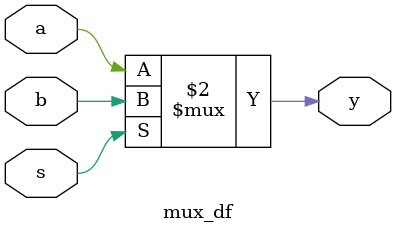
<source format=v>
module mux_df(a, b, s, y);
	input a,b,s;
	output y;
	assign y = ( s == 0 )? a : b;
endmodule

</source>
